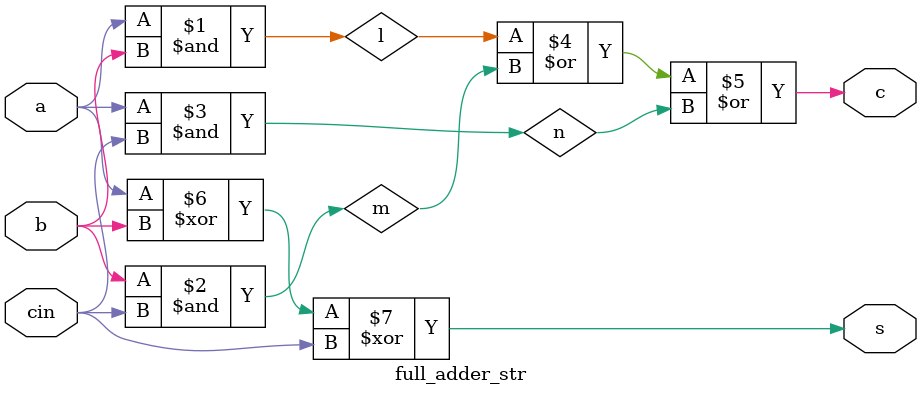
<source format=v>
module full_adder_str(a,b,cin,s,c);
input a,b,cin;
output s,c;
wire l,m,n;
and a1(l,a,b);
and a2(m,b,cin);
and a3(n,a,cin);
or o1(c,l,m,n);
xor x1(s,a,b,cin);
endmodule
</source>
